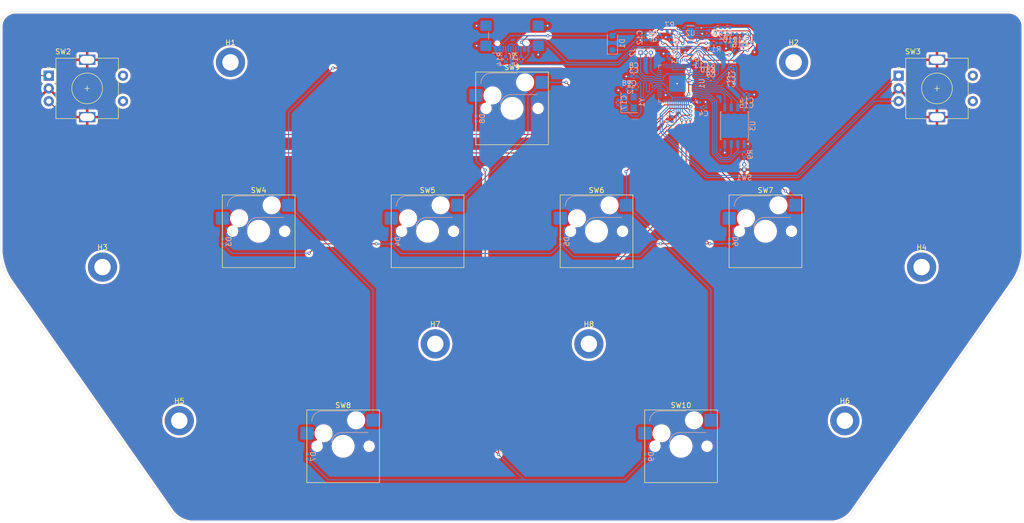
<source format=kicad_pcb>
(kicad_pcb (version 20240108) (generator "pcbnew") (generator_version "8.0")
  (layers (0 "F.Cu" signal) (31 "B.Cu" signal) (34 "B.Paste" user) (35 "F.Paste" user) (36 "B.SilkS" user "B.Silkscreen") (37 "F.SilkS" user "F.Silkscreen") (38 "B.Mask" user) (39 "F.Mask" user) (44 "Edge.Cuts" user))
  (net 0 "")
  (net 1 "+3V3")
  (net 2 "+1V1")
  (net 3 "Net-(U1-ADC_AVDD)")
  (net 4 "/VSYS")
  (net 5 "Net-(Q1-D)")
  (net 6 "Net-(C18-Pad1)")
  (net 7 "VBUS")
  (net 8 "Net-(D2-A)")
  (net 9 "ROW0")
  (net 10 "Net-(D3-A)")
  (net 11 "Net-(D4-A)")
  (net 12 "Net-(D5-A)")
  (net 13 "Net-(D6-A)")
  (net 14 "ROW1")
  (net 15 "Net-(D7-A)")
  (net 16 "Net-(D8-A)")
  (net 17 "Net-(D9-A)")
  (net 18 "/USB_DP")
  (net 19 "/USB_DM")
  (net 20 "Net-(J1-CC2)")
  (net 21 "Net-(J1-CC1)")
  (net 22 "Net-(J2-Pin_1)")
  (net 23 "Net-(J2-Pin_3)")
  (net 24 "Net-(U2-LX1)")
  (net 25 "Net-(U2-LX2)")
  (net 26 "/GPIO29_ADC3")
  (net 27 "Net-(R1-Pad1)")
  (net 28 "Net-(U1-USB_DP)")
  (net 29 "Net-(U1-USB_DM)")
  (net 30 "/GPIO24")
  (net 31 "Net-(U2-EN)")
  (net 32 "/GPIO23")
  (net 33 "Net-(R9-Pad1)")
  (net 34 "/QSPI_SS")
  (net 35 "/XOUT")
  (net 36 "Net-(U1-GPIO25)")
  (net 37 "ENC1B")
  (net 38 "ENC1A")
  (net 41 "ENC2A")
  (net 43 "ENC2B")
  (net 45 "COL0")
  (net 46 "COL1")
  (net 47 "COL2")
  (net 48 "COL3")
  (net 57 "/QSPI_SD2")
  (net 61 "/QSPI_SD3")
  (net 63 "/QSPI_SD1")
  (net 64 "/QSPI_SD0")
  (net 68 "/QSPI_SCLK")
  (net 71 "GND")
  (net 72 "/XIN")
  (footprint "PCM_Switch_Keyboard_Hotswap_Kailh:SW_Hotswap_Kailh_MX_1.50u" (layer "F.Cu") (at 118 96)
    (property "Reference" "SW4")
    (property "Value" "SW_Push")
  )
  (footprint "MountingHole:MountingHole_3.2mm_M3_ISO7380_Pad" (layer "F.Cu") (at 232.5 133)
    (property "Reference" "H6")
    (property "Value" "MountingHole")
  )
  (footprint "MountingHole:MountingHole_3.2mm_M3_ISO7380_Pad" (layer "F.Cu") (at 247.5 103)
    (property "Reference" "H4")
    (property "Value" "MountingHole")
  )
  (footprint "PCM_Switch_Keyboard_Hotswap_Kailh:SW_Hotswap_Kailh_MX_1.00u" (layer "F.Cu") (at 167.5 72)
    (property "Reference" "SW9")
    (property "Value" "SW_Push")
  )
  (footprint "MountingHole:MountingHole_3.2mm_M3_ISO7380_Pad" (layer "F.Cu") (at 112.5 63)
    (property "Reference" "H1")
    (property "Value" "MountingHole")
  )
  (footprint "MountingHole:MountingHole_3.2mm_M3_ISO7380_Pad" (layer "F.Cu") (at 222.5 63)
    (property "Reference" "H2")
    (property "Value" "MountingHole")
  )
  (footprint "PCM_Switch_Keyboard_Hotswap_Kailh:SW_Hotswap_Kailh_MX_1.50u" (layer "F.Cu") (at 217 96)
    (property "Reference" "SW7")
    (property "Value" "SW_Push")
  )
  (footprint "PCM_Switch_Keyboard_Hotswap_Kailh:SW_Hotswap_Kailh_MX_1.50u" (layer "F.Cu") (at 151 96)
    (property "Reference" "SW5")
    (property "Value" "SW_Push")
  )
  (footprint "PCM_Switch_Keyboard_Hotswap_Kailh:SW_Hotswap_Kailh_MX_2.75u" (layer "F.Cu") (at 134.5 138)
    (property "Reference" "SW8")
    (property "Value" "SW_Push")
  )
  (footprint "MountingHole:MountingHole_3.2mm_M3_ISO7380_Pad" (layer "F.Cu") (at 87.5 103)
    (property "Reference" "H3")
    (property "Value" "MountingHole")
  )
  (footprint "PCM_Switch_Keyboard_Hotswap_Kailh:SW_Hotswap_Kailh_MX_1.50u" (layer "F.Cu") (at 184 96)
    (property "Reference" "SW6")
    (property "Value" "SW_Push")
  )
  (footprint "PCM_Switch_Keyboard_Hotswap_Kailh:SW_Hotswap_Kailh_MX_2.75u" (layer "F.Cu") (at 200.5 138)
    (property "Reference" "SW10")
    (property "Value" "SW_Push")
  )
  (footprint "Rotary_Encoder:RotaryEncoder_Alps_EC11E-Switch_Vertical_H20mm" (layer "F.Cu") (at 243 65.6)
    (property "Reference" "SW3")
    (property "Value" "RotaryEncoder_Switch_MP")
  )
  (footprint "Rotary_Encoder:RotaryEncoder_Alps_EC11E-Switch_Vertical_H20mm" (layer "F.Cu") (at 77 65.6)
    (property "Reference" "SW2")
    (property "Value" "RotaryEncoder_Switch_MP")
  )
  (footprint "MountingHole:MountingHole_3.2mm_M3_ISO7380_Pad" (layer "F.Cu") (at 102.5 133)
    (property "Reference" "H5")
    (property "Value" "MountingHole")
  )
  (footprint "MountingHole:MountingHole_3.2mm_M3_ISO7380_Pad" (layer "F.Cu") (at 152.5 118)
    (property "Reference" "H7")
    (property "Value" "MountingHole")
  )
  (footprint "MountingHole:MountingHole_3.2mm_M3_ISO7380_Pad" (layer "F.Cu") (at 182.5 118)
    (property "Reference" "H8")
    (property "Value" "MountingHole")
  )
  (footprint "Capacitor_SMD:C_0402_1005Metric" (layer "B.Cu") (at 204.42 62.38)
    (property "Reference" "C11")
    (property "Value" "2u2")
  )
  (footprint "Resistor_SMD:R_0402_1005Metric" (layer "B.Cu") (at 196.4 58.11 -90)
    (property "Reference" "R5")
    (property "Value" "5K6")
  )
  (footprint "Capacitor_SMD:C_0402_1005Metric" (layer "B.Cu") (at 210.3 66.15)
    (property "Reference" "C7")
    (property "Value" "100n")
  )
  (footprint "footprints:10-WFDFN-EP_RIT" (layer "B.Cu") (at 202.3192 57.300001 180)
    (property "Reference" "U2")
    (property "Value" "RT6150B-33GQW")
  )
  (footprint "Capacitor_SMD:C_0402_1005Metric" (layer "B.Cu") (at 206.33 64.23)
    (property "Reference" "C9")
    (property "Value" "2u2")
  )
  (footprint "Resistor_SMD:R_0402_1005Metric" (layer "B.Cu") (at 191.8 67.8 -90)
    (property "Reference" "R12")
    (property "Value" "1K")
  )
  (footprint "Capacitor_SMD:C_0402_1005Metric" (layer "B.Cu") (at 202.35 61.98 90)
    (property "Reference" "C6")
    (property "Value" "100n")
  )
  (footprint "Diode_SMD:D_0402_1005Metric" (layer "B.Cu") (at 127.5 140 90)
    (property "Reference" "D7")
    (property "Value" "D")
  )
  (footprint "Diode_SMD:D_0402_1005Metric" (layer "B.Cu") (at 160.5 74 90)
    (property "Reference" "D8")
    (property "Value" "D")
  )
  (footprint "Capacitor_SMD:C_0402_1005Metric" (layer "B.Cu") (at 191.3 65.75 180)
    (property "Reference" "C3")
    (property "Value" "100n")
  )
  (footprint "Resistor_SMD:R_0402_1005Metric" (layer "B.Cu") (at 211.95 57.45)
    (property "Reference" "R11")
    (property "Value" "R")
  )
  (footprint "Connector_USB:USB_C_Receptacle_GCT_USB4110" (layer "B.Cu") (at 167.5 56.675)
    (property "Reference" "J1")
    (property "Value" "USB_C_Receptacle_USB2.0_14P")
  )
  (footprint "Resistor_SMD:R_0402_1005Metric" (layer "B.Cu") (at 210.09 57.45)
    (property "Reference" "R10")
    (property "Value" "R")
  )
  (footprint "Diode_SMD:D_0402_1005Metric" (layer "B.Cu") (at 210 98 90)
    (property "Reference" "D6")
    (property "Value" "D")
  )
  (footprint "Resistor_SMD:R_0402_1005Metric" (layer "B.Cu") (at 206.89 59.25)
    (property "Reference" "R13")
    (property "Value" "470R")
  )
  (footprint "Crystal:Crystal_SMD_3225-4Pin_3.2x2.5mm" (layer "B.Cu") (at 190.4 70.85 90)
    (property "Reference" "Y1")
    (property "Value" "Crystal_GND24")
  )
  (footprint "Diode_SMD:D_0402_1005Metric" (layer "B.Cu") (at 111 98 90)
    (property "Reference" "D3")
    (property "Value" "D")
  )
  (footprint "Diode_SMD:D_0402_1005Metric" (layer "B.Cu") (at 144 98 90)
    (property "Reference" "D4")
    (property "Value" "D")
  )
  (footprint "Capacitor_SMD:C_0402_1005Metric" (layer "B.Cu") (at 213.3 70.25)
    (property "Reference" "C15")
    (property "Value" "100n")
  )
  (footprint "Package_DFN_QFN:QFN-56-1EP_7x7mm_P0.4mm_EP3.2x3.2mm" (layer "B.Cu") (at 199.75 67.15 90)
    (property "Reference" "U1")
    (property "Value" "RP2040")
  )
  (footprint "Capacitor_SMD:C_0402_1005Metric" (layer "B.Cu") (at 198.15 61.78 90)
    (property "Reference" "C13")
    (property "Value" "47u")
  )
  (footprint "Capacitor_SMD:C_0402_1005Metric" (layer "B.Cu") (at 193.6 58.15 -90)
    (property "Reference" "C12")
    (property "Value" "47u")
  )
  (footprint "Resistor_SMD:R_0402_1005Metric" (layer "B.Cu") (at 195 58.6 180)
    (property "Reference" "R6")
    (property "Value" "10K")
  )
  (footprint "Capacitor_SMD:C_0402_1005Metric" (layer "B.Cu") (at 210.3 65.2)
    (property "Reference" "C2")
    (property "Value" "100n")
  )
  (footprint "Resistor_SMD:R_0402_1005Metric" (layer "B.Cu") (at 206.33 66.15 180)
    (property "Reference" "R3")
    (property "Value" "27R")
  )
  (footprint "Diode_SMD:D_0402_1005Metric" (layer "B.Cu") (at 193.5 140 90)
    (property "Reference" "D9")
    (property "Value" "D")
  )
  (footprint "Resistor_SMD:R_0402_1005Metric" (layer "B.Cu") (at 169.25 62.39 -90)
    (property "Reference" "R15")
    (property "Value" "56K")
  )
  (footprint "Resistor_SMD:R_0402_1005Metric" (layer "B.Cu") (at 198.29 56.85 180)
    (property "Reference" "R7")
    (property "Value" "100K")
  )
  (footprint "Package_TO_SOT_SMD:SOT-523" (layer "B.Cu") (at 211.44 60.045 90)
    (property "Reference" "Q1")
    (property "Value" "DMG1012T")
  )
  (footprint "LED_SMD:LED_0402_1005Metric" (layer "B.Cu") (at 208.79 59.25 180)
    (property "Reference" "D2")
    (property "Value" "LED")
  )
  (footprint "Connector_PinHeader_1.00mm:PinHeader_1x02_P1.00mm_Vertical" (layer "B.Cu") (at 212.85 83.96)
    (property "Reference" "SW1")
    (property "Value" "SW_Push")
  )
  (footprint "Resistor_SMD:R_0402_1005Metric" (layer "B.Cu") (at 207.71 56.2)
    (property "Reference" "R2")
    (property "Value" "200R")
  )
  (footprint "Resistor_SMD:R_0402_1005Metric" (layer "B.Cu") (at 206.33 65.2 180)
    (property "Reference" "R4")
    (property "Value" "27R")
  )
  (footprint "Package_SO:SOIC-8_5.23x5.23mm_P1.27mm" (layer "B.Cu") (at 210.95 75.4 90)
    (property "Reference" "U3")
    (property "Value" "W25Q16JVSS")
  )
  (footprint "Resistor_SMD:R_0402_1005Metric" (layer "B.Cu") (at 212.85 81 90)
    (property "Reference" "R9")
    (property "Value" "1K")
  )
  (footprint "Capacitor_SMD:C_0402_1005Metric" (layer "B.Cu") (at 204.92 71.85)
    (property "Reference" "C4")
    (property "Value" "100n")
  )
  (footprint "Capacitor_SMD:C_0402_1005Metric" (layer "B.Cu") (at 205.72 63.3)
    (property "Reference" "C10")
    (property "Value" "2u2")
  )
  (footprint "Resistor_SMD:R_0402_1005Metric" (layer "B.Cu") (at 198.6 58.6 90)
    (property "Reference" "R8")
    (property "Value" "100K")
  )
  (footprint "Capacitor_SMD:C_0402_1005Metric" (layer "B.Cu") (at 211.95 58.4)
    (property "Reference" "C16")
    (property "Value" "1n")
  )
  (footprint "Resistor_SMD:R_0402_1005Metric" (layer "B.Cu") (at 166.25 62.39 -90)
    (property "Reference" "R14")
    (property "Value" "56K")
  )
  (footprint "Capacitor_SMD:C_0402_1005Metric" (layer "B.Cu") (at 198.75 74.1 -90)
    (property "Reference" "C5")
    (property "Value" "100n")
  )
  (footprint "Capacitor_SMD:C_0402_1005Metric" (layer "B.Cu") (at 210.3 64.25)
    (property "Reference" "C1")
    (property "Value" "100n")
  )
  (footprint "Capacitor_SMD:C_0402_1005Metric" (layer "B.Cu") (at 213.3 69.3)
    (property "Reference" "C14")
    (property "Value" "2u2")
  )
  (footprint "Capacitor_SMD:C_0402_1005Metric" (layer "B.Cu") (at 190.4 68.25 180)
    (property "Reference" "C18")
    (property "Value" "15p")
  )
  (footprint "Diode_SMD:D_0402_1005Metric" (layer "B.Cu") (at 177 98 90)
    (property "Reference" "D5")
    (property "Value" "D")
  )
  (footprint "Capacitor_SMD:C_0402_1005Metric" (layer "B.Cu") (at 188.2 70.85 90)
    (property "Reference" "C17")
    (property "Value" "15p")
  )
  (footprint "Connector_PinHeader_1.00mm:PinHeader_1x03_P1.00mm_Vertical" (layer "B.Cu") (at 192.6 61.1 -90)
    (property "Reference" "J2")
    (property "Value" "Conn_01x03")
  )
  (footprint "Capacitor_SMD:C_0402_1005Metric" (layer "B.Cu") (at 205.9 57.3 90)
    (property "Reference" "L1")
    (property "Value" "2u2")
  )
  (footprint "Resistor_SMD:R_0402_1005Metric" (layer "B.Cu") (at 209.57 56.2)
    (property "Reference" "R1")
    (property "Value" "1R")
  )
  (footprint "Diode_SMD:D_SOD-123F" (layer "B.Cu") (at 187.1 59.2 90)
    (property "Reference" "D1")
    (property "Value" "D_Schottky")
  )
  (footprint "Capacitor_SMD:C_0402_1005Metric" (layer "B.Cu") (at 191.3 64.8 180)
    (property "Reference" "C8")
    (property "Value" "100n")
  )
  (gr_line (start 265.779613 105.457695) (end 234.220386 150.542304) (stroke (width 0.05)) (layer "Edge.Cuts"))
  (gr_line (start 70.5 53) (end 264.5 53) (stroke (width 0.05)) (layer "Edge.Cuts"))
  (gr_line (start 67.500002 100) (end 67.5 56) (stroke (width 0.05)) (layer "Edge.Cuts"))
  (gr_arc (start 105.5 152.999999) (mid 102.8177 152.389808) (end 100.779614 150.542304) (stroke (width 0.05)) (layer "Edge.Cuts"))
  (gr_arc (start 69.220388 105.457695) (mid 68.038736 102.830179) (end 67.500002 100) (stroke (width 0.05)) (layer "Edge.Cuts"))
  (gr_arc (start 67.5 56) (mid 68.37868 53.87868) (end 70.5 53) (stroke (width 0.05)) (layer "Edge.Cuts"))
  (gr_arc (start 264.5 53) (mid 266.62132 53.87868) (end 267.5 56) (stroke (width 0.05)) (layer "Edge.Cuts"))
  (gr_line (start 229.5 152.999999) (end 105.5 152.999999) (stroke (width 0.05)) (layer "Edge.Cuts"))
  (gr_arc (start 267.499999 100) (mid 266.961265 102.830179) (end 265.779613 105.457695) (stroke (width 0.05)) (layer "Edge.Cuts"))
  (gr_line (start 100.779614 150.542304) (end 69.220388 105.457695) (stroke (width 0.05)) (layer "Edge.Cuts"))
  (gr_line (start 267.5 56) (end 267.499999 100) (stroke (width 0.05)) (layer "Edge.Cuts"))
  (gr_arc (start 234.220386 150.542304) (mid 232.1823 152.389808) (end 229.5 152.999999) (stroke (width 0.05)) (layer "Edge.Cuts"))
  (segment (start 202.25 66.55) (end 202 66.8) (width 0.2) (layer "F.Cu") (net 1))
  (segment (start 213.698529 56.85) (end 214.55 57.701471) (width 0.2) (layer "F.Cu") (net 1))
  (segment (start 214.55 57.701471) (end 214.55 59.65) (width 0.2) (layer "F.Cu") (net 1))
  (segment (start 207.6 56.85) (end 213.698529 56.85) (width 0.2) (layer "F.Cu") (net 1))
  (segment (start 202.05 66.35) (end 202.25 66.55) (width 0.2) (layer "F.Cu") (net 1))
  (segment (start 214.55 59.65) (end 213.5 60.7) (width 0.2) (layer "F.Cu") (net 1))
  (segment (start 207.2 57.25) (end 207.6 56.85) (width 0.2) (layer "F.Cu") (net 1))
  (segment (start 202.05 64.85) (end 202.05 66.35) (width 0.2) (layer "F.Cu") (net 1))
  (segment (start 202 66.8) (end 202 69.2) (width 0.2) (layer "F.Cu") (net 1))
  (via (at 207.2 57.25) (size 0.6) (drill 0.3) (layers "F.Cu" "B.Cu") (net 1))
  (via (at 202.25 66.55) (size 0.6) (drill 0.3) (layers "F.Cu" "B.Cu") (net 1))
  (via (at 202.05 64.85) (size 0.6) (drill 0.3) (layers "F.Cu" "B.Cu") (net 1))
  (via (at 213.5 60.7) (size 0.6) (drill 0.3) (layers "F.Cu" "B.Cu") (net 1))
  (via (at 202 69.2) (size 0.6) (drill 0.3) (layers "F.Cu" "B.Cu") (net 1))
  (segment (start 205.281076 66.55) (end 205.501076 66.77) (width 0.2) (layer "B.Cu") (net 1))
  (segment (start 211.94 60.69) (end 209.82 62.81) (width 0.2) (layer "B.Cu") (net 1))
  (segment (start 202.25 66.55) (end 203.1875 66.55) (width 0.2) (layer "B.Cu") (net 1))
  (segment (start 207.2 56.2) (end 203.6384 56.2) (width 0.2) (layer "B.Cu") (net 1))
  (segment (start 201.1 56.1) (end 201.5 55.7) (width 0.2) (layer "B.Cu") (net 1))
  (segment (start 197.85 68.900001) (end 198.75 69.800001) (width 0.2) (layer "B.Cu") (net 1))
  (segment (start 211.35 67.83) (end 211.36 67.82) (width 0.2) (layer "B.Cu") (net 1))
  (segment (start 195.215686 66.95) (end 194.865686 66.6) (width 0.2) (layer "B.Cu") (net 1))
  (segment (start 201.5 55.7) (end 202.9384 55.7) (width 0.2) (layer "B.Cu") (net 1))
  (segment (start 202.9384 55.7) (end 203.5384 56.3) (width 0.2) (layer "B.Cu") (net 1))
  (segment (start 201.1 56.3) (end 201.1 56.1) (width 0.2) (layer "B.Cu") (net 1))
  (segment (start 211.95 60.7) (end 211.94 60.69) (width 0.2) (layer "B.Cu") (net 1))
  (segment (start 211.36 63.893866) (end 211.106134 63.64) (width 0.2) (layer "B.Cu") (net 1))
  (segment (start 192.95 66.6) (end 192.1 65.75) (width 0.2) (layer "B.Cu") (net 1))
  (segment (start 210.43 63.64) (end 209.82 64.25) (width 0.2) (layer "B.Cu") (net 1))
  (segment (start 212.82 69.3) (end 211.35 67.83) (width 0.2) (layer "B.Cu") (net 1))
  (segment (start 198.15 62.26) (end 198.75 62.86) (width 0.2) (layer "B.Cu") (net 1))
  (segment (start 198.3 72.4) (end 198.3 73.17) (width 0.2) (layer "B.Cu") (net 1))
  (segment (start 205.24 63.3) (end 205.24 63.61) (width 0.2) (layer "B.Cu") (net 1))
  (segment (start 203.1875 66.55) (end 203.1875 66.95) (width 0.2) (layer "B.Cu") (net 1))
  (segment (start 203.6125 71.85) (end 204.44 71.85) (width 0.2) (layer "B.Cu") (net 1))
  (segment (start 203.1875 66.55) (end 205.281076 66.55) (width 0.2) (layer "B.Cu") (net 1))
  (segment (start 198.75 62.86) (end 198.75 63.7125) (width 0.2) (layer "B.Cu") (net 1))
  (segment (start 212.855 71.8) (end 212.855 69.335) (width 0.2) (layer "B.Cu") (net 1))
  (segment (start 207.18 66.77) (end 209.7 64.25) (width 0.2) (layer "B.Cu") (net 1))
  (segment (start 198.75 69.800001) (end 198.75 70.5875) (width 0.2) (layer "B.Cu") (net 1))
  (segment (start 202.15 64.95) (end 202.05 64.85) (width 0.2) (layer "B.Cu") (net 1))
  (segment (start 213.5 60.7) (end 211.95 60.7) (width 0.2) (layer "B.Cu") (net 1))
  (segment (start 211.36 67.82) (end 211.36 63.893866) (width 0.2) (layer "B.Cu") (net 1))
  (segment (start 198.75 64.24636) (end 198.75 63.7125) (width 0.2) (layer "B.Cu") (net 1))
  (segment (start 205.24 63.61) (end 203.9 64.95) (width 0.2) (layer "B.Cu") (net 1))
  (segment (start 209.82 62.81) (end 209.82 64.25) (width 0.2) (layer "B.Cu") (net 1))
  (segment (start 203.1875 66.95) (end 205.1 66.95) (width 0.2) (layer "B.Cu") (net 1))
  (segment (start 196.3125 66.95) (end 195.215686 66.95) (width 0.2) (layer "B.Cu") (net 1))
  (segment (start 198.75 70.5875) (end 198.75 71.95) (width 0.2) (layer "B.Cu") (net 1))
  (segment (start 203.6384 56.2) (end 203.5384 56.3) (width 0.2) (layer "B.Cu") (net 1))
  (segment (start 201.35 69.85) (end 200.7 69.85) (width 0.2) (layer "B.Cu") (net 1))
  (segment (start 202.35 63.7125) (end 202.35 62.46) (width 0.2) (layer "B.Cu") (net 1))
  (segment (start 196.84636 66.95) (end 197.85 67.95364) (width 0.2) (layer "B.Cu") (net 1))
  (segment (start 202.05 64.85) (end 201.65 64.45) (width 0.2) (layer "B.Cu") (net 1))
  (segment (start 198.75 71.95) (end 198.3 72.4) (width 0.2) (layer "B.Cu") (net 1))
  (segment (start 202.35 70.5875) (end 203.6125 71.85) (width 0.2) (layer "B.Cu") (net 1))
  (segment (start 202 69.2) (end 201.35 69.85) (width 0.2) (layer "B.Cu") (net 1))
  (segment (start 202.35 64.55) (end 202.05 64.85) (width 0.2) (layer "B.Cu") (net 1))
  (segment (start 207.35 67.2) (end 209.35 65.2) (width 0.2) (layer "B.Cu") (net 1))
  (segment (start 198.95364 64.45) (end 198.75 64.24636) (width 0.2) (layer "B.Cu") (net 1))
  (segment (start 202.35 70.05364) (end 202.35 70.5875) (width 0.2) (layer "B.Cu") (net 1))
  (segment (start 205.1 66.95) (end 205.35 67.2) (width 0.2) (layer "B.Cu") (net 1))
  (segment (start 198.75 70.5875) (end 198.75 70.05364) (width 0.2) (layer "B.Cu") (net 1))
  (segment (start 205.35 67.2) (end 207.35 67.2) (width 0.2) (layer "B.Cu") (net 1))
  (segment (start 201.65 64.45) (end 198.95364 64.45) (width 0.2) (layer "B.Cu") (net 1))
  (segment (start 200.7 69.85) (end 202.14636 69.85) (width 0.2) (layer "B.Cu") (net 1))
  (segment (start 209.7 64.25) (end 209.82 64.25) (width 0.2) (layer "B.Cu") (net 1))
  (segment (start 198.3 73.17) (end 198.75 73.62) (width 0.2) (layer "B.Cu") (net 1))
  (segment (start 207.2 56.2) (end 207.2 57.25) (width 0.2) (layer "B.Cu") (net 1))
  (segment (start 203.9 64.95) (end 203.1875 64.95) (width 0.2) (layer "B.Cu") (net 1))
  (segment (start 192.1 65.75) (end 191.78 65.75) (width 0.2) (layer "B.Cu") (net 1))
  (segment (start 198.75 70.05364) (end 198.95364 69.85) (width 0.2) (layer "B.Cu") (net 1))
  (segment (start 202.35 63.7125) (end 202.35 64.55) (width 0.2) (layer "B.Cu") (net 1))
  (segment (start 203.1875 64.95) (end 202.15 64.95) (width 0.2) (layer "B.Cu") (net 1))
  (segment (start 205.501076 66.77) (end 207.18 66.77) (width 0.2) (layer "B.Cu") (net 1))
  (segment (start 209.35 65.2) (end 209.82 65.2) (width 0.2) (layer "B.Cu") (net 1))
  (segment (start 197.85 67.95364) (end 197.85 68.900001) (width 0.2) (layer "B.Cu") (net 1))
  (segment (start 212.855 69.335) (end 212.82 69.3) (width 0.2) (layer "B.Cu") (net 1))
  (segment (start 196.3125 66.95) (end 196.84636 66.95) (width 0.2) (layer "B.Cu") (net 1))
  (segment (start 211.106134 63.64) (end 210.43 63.64) (width 0.2) (layer "B.Cu") (net 1))
  (segment (start 198.95364 69.85) (end 200.7 69.85) (width 0.2) (layer "B.Cu") (net 1))
  (segment (start 194.865686 66.6) (end 192.95 66.6) (width 0.2) (layer "B.Cu") (net 1))
  (segment (start 202.14636 69.85) (end 202.35 70.05364) (width 0.2) (layer "B.Cu") (net 1))
  (segment (start 197.05 66.34636) (end 197.05 65.9) (width 0.2) (layer "B.Cu") (net 2))
  (segment (start 197.7 65.25) (end 201.601471 65.25) (width 0.2) (layer "B.Cu") (net 2))
  (segment (start 205.184314 67.6) (end 208.37 67.6) (width 0.2) (layer "B.Cu") (net 2))
  (segment (start 201.65 66.798529) (end 202.201471 67.35) (width 0.2) (layer "B.Cu") (net 2))
  (segment (start 196.84636 66.55) (end 197.05 66.34636) (width 0.2) (layer "B.Cu") (net 2))
  (segment (start 196.3125 66.55) (end 195.381372 66.55) (width 0.2) (layer "B.Cu") (net 2))
  (segment (start 195.381372 66.55) (end 195.031372 66.2) (width 0.2) (layer "B.Cu") (net 2))
  (segment (start 203.1875 67.35) (end 204.934314 67.35) (width 0.2) (layer "B.Cu") (net 2))
  (segment (start 197.05 65.9) (end 197.7 65.25) (width 0.2) (layer "B.Cu") (net 2))
  (segment (start 202.501471 65.45) (end 202.601471 65.35) (width 0.2) (layer "B.Cu") (net 2))
  (segment (start 201.65 66.301471) (end 201.65 66.798529) (width 0.2) (layer "B.Cu") (net 2))
  (segment (start 208.37 67.6) (end 209.82 66.15) (width 0.2) (layer "B.Cu") (net 2))
  (segment (start 191.9 64.8) (end 191.78 64.8) (width 0.2) (layer "B.Cu") (net 2))
  (segment (start 195.031372 66.2) (end 193.3 66.2) (width 0.2) (layer "B.Cu") (net 2))
  (segment (start 204.934314 67.35) (end 205.184314 67.6) (width 0.2) (layer "B.Cu") (net 2))
  (segment (start 202.601471 65.35) (end 201.65 66.301471) (width 0.2) (layer "B.Cu") (net 2))
  (segment (start 202.201471 67.35) (end 203.1875 67.35) (width 0.2) (layer "B.Cu") (net 2))
  (segment (start 205.85 64.23) (end 204.73 65.35) (width 0.2) (layer "B.Cu") (net 2))
  (segment (start 193.3 66.2) (end 191.9 64.8) (width 0.2) (layer "B.Cu") (net 2))
  (segment (start 201.601471 65.25) (end 201.801471 65.45) (width 0.2) (layer "B.Cu") (net 2))
  (segment (start 196.3125 66.55) (end 196.84636 66.55) (width 0.2) (layer "B.Cu") (net 2))
  (segment (start 204.73 65.35) (end 203.1875 65.35) (width 0.2) (layer "B.Cu") (net 2))
  (segment (start 201.801471 65.45) (end 202.501471 65.45) (width 0.2) (layer "B.Cu") (net 2))
  (segment (start 202.601471 65.35) (end 203.1875 65.35) (width 0.2) (layer "B.Cu") (net 2))
  (segment (start 203.95 61.35) (end 205.2 62.6) (width 0.2) (layer "F.Cu") (net 3))
  (segment (start 211.05 62.6) (end 212.7 60.95) (width 0.2) (layer "F.Cu") (net 3))
  (segment (start 212.7 59.1) (end 213.45 58.35) (width 0.2) (layer "F.Cu") (net 3))
  (segment (start 205.2 62.6) (end 211.05 62.6) (width 0.2) (layer "F.Cu") (net 3))
  (segment (start 212.7 60.95) (end 212.7 59.1) (width 0.2) (layer "F.Cu") (net 3))
  (via (at 203.95 61.35) (size 0.6) (drill 0.3) (layers "F.Cu" "B.Cu") (net 3))
  (via (at 213.45 58.35) (size 0.6) (drill 0.3) (layers "F.Cu" "B.Cu") (net 3))
  (segment (start 203.94 61.36) (end 203.95 61.35) (width 0.2) (layer "B.Cu") (net 3))
  (segment (start 213.45 58.35) (end 214.05 57.75) (width 0.2) (layer "B.Cu") (net 3))
  (segment (start 203.94 63.7975) (end 203.1875 64.55) (width 0.2) (layer "B.Cu") (net 3))
  (segment (start 203.94 62.38) (end 203.94 63.7975) (width 0.2) (layer "B.Cu") (net 3))
  (segment (start 203.94 62.38) (end 203.94 61.36) (width 0.2) (layer "B.Cu") (net 3))
  (segment (start 213.45 56.2) (end 210.08 56.2) (width 0.2) (layer "B.Cu") (net 3))
  (segment (start 214.05 56.8) (end 213.45 56.2) (width 0.2) (layer "B.Cu") (net 3))
  (segment (start 214.05 57.75) (end 214.05 56.8) (width 0.2) (layer "B.Cu") (net 3))
  (segment (start 203.55 59.15) (end 201.85909 59.15) (width 0.2) (layer "F.Cu") (net 4))
  (segment (start 201.85909 59.15) (end 199.993556 57.284466) (width 0.2) (layer "F.Cu") (net 4))
  (segment (start 199.993556 57.284466) (end 199.30909 56.6) (width 0.2) (layer "F.Cu") (net 4))
  (segment (start 199.30909 56.6) (end 196.1 56.6) (width 0.2) (layer "F.Cu") (net 4))
  (segment (start 196.1 56.6) (end 195 57.7) (width 0.2) (layer "F.Cu") (net 4))
  (segment (start 195 57.7) (end 194.45 57.7) (width 0.2) (layer "F.Cu") (net 4))
  (via (at 194.45 57.7) (size 0.6) (drill 0.3) (layers "F.Cu" "B.Cu") (net 4))
  (via (at 199.993556 57.284466) (size 0.6) (drill 0.3) (layers "F.Cu" "B.Cu") (net 4))
  (via (at 203.55 59.15) (size 0.6) (drill 0.3) (layers "F.Cu" "B.Cu") (net 4))
  (segment (start 192.63 57.67) (end 189.7 60.6) (width 0.2) (layer "B.Cu") (net 4))
  (segment (start 194.45 57.7) (end 193.63 57.7) (width 0.2) (layer "B.Cu") (net 4))
  (segment (start 199.55909 56.85) (end 199.993556 57.284466) (width 0.2) (layer "B.Cu") (net 4))
  (segment (start 198.8 56.85) (end 199.55909 56.85) (width 0.2) (layer "B.Cu") (net 4))
  (segment (start 203.5384 59.1384) (end 203.55 59.15) (width 0.2) (layer "B.Cu") (net 4))
  (segment (start 200.009091 57.300001) (end 199.993556 57.284466) (width 0.2) (layer "B.Cu") (net 4))
  (segment (start 204.28 58.42) (end 203.55 59.15) (width 0.2) (layer "B.Cu") (net 4))
  (segment (start 189.7 60.6) (end 187.1 60.6) (width 0.2) (layer "B.Cu") (net 4))
  (segment (start 209.58 57.45) (end 208.61 58.42) (width 0.2) (layer "B.Cu") (net 4))
  (segment (start 193.6 57.67) (end 192.63 57.67) (width 0.2) (layer "B.Cu") (net 4))
  (segment (start 208.61 58.42) (end 204.28 58.42) (width 0.2) (layer "B.Cu") (net 4))
  (segment (start 193.63 57.7) (end 193.6 57.67) (width 0.2) (layer "B.Cu") (net 4))
  (segment (start 203.5384 58.300002) (end 203.5384 59.1384) (width 0.2) (layer "B.Cu") (net 4))
  (segment (start 201.1 57.300001) (end 200.009091 57.300001) (width 0.2) (layer "B.Cu") (net 4))
  (segment (start 211.44 59.4) (end 211.44 57.45) (width 0.2) (layer "B.Cu") (net 5))
  (segment (start 210.6 57.45) (end 211.44 57.45) (width 0.2) (layer "B.Cu") (net 5))
  (segment (start 190.88 69.38) (end 191.25 69.75) (width 0.2) (layer "B.Cu") (net 6))
  (segment (start 190.94 68.31) (end 190.88 68.25) (width 0.2) (layer "B.Cu") (net 6))
  (segment (start 191.8 68.31) (end 190.94 68.31) (width 0.2) (layer "B.Cu") (net 6))
  (segment (start 190.88 68.25) (end 190.88 69.38) (width 0.2) (layer "B.Cu") (net 6))
  (segment (start 170.60306 57.8) (end 174.5 57.8) (width 0.2) (layer "F.Cu") (net 7))
  (segment (start 169.32306 59.08) (end 170.60306 57.8) (width 0.2) (layer "F.Cu") (net 7))
  (via (at 174.5 57.8) (size 0.6) (drill 0.3) (layers "F.Cu" "B.Cu") (net 7))
  (via (at 169.32306 59.08) (size 0.6) (drill 0.3) (layers "F.Cu" "B.Cu") (net 7))
  (segment (start 174.5 57.8) (end 187.1 57.8) (width 0.2) (layer "B.Cu") (net 7))
  (segment (start 165.1 60.355) (end 165.1 59.89759) (width 0.2) (layer "B.Cu") (net 7))
  (segment (start 165.1 59.89759) (end 167.19759 57.8) (width 0.2) (layer "B.Cu") (net 7))
  (segment (start 169.9 59.780001) (end 169.32306 59.203061) (width 0.2) (layer "B.Cu") (net 7))
  (segment (start 187.15 57.8) (end 187.86 57.09) (width 0.2) (layer "B.Cu") (net 7))
  (segment (start 195.89 57.09) (end 196.4 57.6) (width 0.2) (layer "B.Cu") (net 7))
  (segment (start 169.32306 59.203061) (end 169.32306 59.08) (width 0.2) (layer "B.Cu") (net 7))
  (segment (start 187.1 57.8) (end 187.15 57.8) (width 0.2) (layer "B.Cu") (net 7))
  (segment (start 169.9 60.355) (end 169.9 59.780001) (width 0.2) (layer "B.Cu") (net 7))
  (segment (start 167.19759 57.8) (end 174.5 57.8) (width 0.2) (layer "B.Cu") (net 7))
  (segment (start 187.86 57.09) (end 195.89 57.09) (width 0.2) (layer "B.Cu") (net 7))
  (segment (start 207.4 59.25) (end 208.305 59.25) (width 0.2) (layer "B.Cu") (net 8))
  (segment (start 129.7 98.45) (end 127.85 100.3) (width 0.2) (layer "F.Cu") (net 9))
  (segment (start 201.5 93.85) (end 206.1 98.45) (width 0.2) (layer "F.Cu") (net 9))
  (segment (start 201.5 93.85) (end 201.5 74.2) (width 0.2) (layer "F.Cu") (net 9))
  (segment (start 141 98.45) (end 129.7 98.45) (width 0.2) (layer "F.Cu") (net 9))
  (segment (start 206.1 98.45) (end 196.5 98.45) (width 0.2) (layer "F.Cu") (net 9))
  (via (at 206.1 98.45) (size 0.6) (drill 0.3) (layers "F.Cu" "B.Cu") (net 9))
  (via (at 127.85 100.3) (size 0.6) (drill 0.3) (layers "F.Cu" "B.Cu") (net 9))
  (via (at 141 98.45) (size 0.6) (drill 0.3) (layers "F.Cu" "B.Cu") (net 9))
  (via (at 196.5 98.45) (size 0.6) (drill 0.3) (layers "F.Cu" "B.Cu") (net 9))
  (via (at 201.5 74.2) (size 0.6) (drill 0.3) (layers "F.Cu" "B.Cu") (net 9))
  (segment (start 175.135 100.35) (end 145.865 100.35) (width 0.2) (layer "B.Cu") (net 9))
  (segment (start 127.85 100.3) (end 112.815 100.3) (width 0.2) (layer "B.Cu") (net 9))
  (segment (start 141.035 98.485) (end 141 98.45) (width 0.2) (layer "B.Cu") (net 9))
  (segment (start 206.1 98.45) (end 209.965 98.45) (width 0.2) (layer "B.Cu") (net 9))
  (segment (start 200.35 70.5875) (end 200.35 73.05) (width 0.2) (layer "B.Cu") (net 9))
  (segment (start 200.35 73.05) (end 201.5 74.2) (width 0.2) (layer "B.Cu") (net 9))
  (segment (start 196.5 98.45) (end 195 98.45) (width 0.2) (layer "B.Cu") (net 9))
  (segment (start 112.815 100.3) (end 111 98.485) (width 0.2) (layer "B.Cu") (net 9))
  (segment (start 144 98.485) (end 141.035 98.485) (width 0.2) (layer "B.Cu") (net 9))
  (segment (start 195 98.45) (end 192.5 100.95) (width 0.2) (layer "B.Cu") (net 9))
  (segment (start 192.5 100.95) (end 179.465 100.95) (width 0.2) (layer "B.Cu") (net 9))
  (segment (start 179.465 100.95) (end 177 98.485) (width 0.2) (layer "B.Cu") (net 9))
  (segment (start 209.965 98.45) (end 210 98.485) (width 0.2) (layer "B.Cu") (net 9))
  (segment (start 177 98.485) (end 175.135 100.35) (width 0.2) (layer "B.Cu") (net 9))
  (segment (start 145.865 100.35) (end 144 98.485) (width 0.2) (layer "B.Cu") (net 9))
  (segment (start 111 93.545) (end 110.915 93.46) (width 0.2) (layer "B.Cu") (net 10))
  (segment (start 111 97.515) (end 111 93.545) (width 0.2) (layer "B.Cu") (net 10))
  (segment (start 144 93.545) (end 143.915 93.46) (width 0.2) (layer "B.Cu") (net 11))
  (segment (start 144 97.515) (end 144 93.545) (width 0.2) (layer "B.Cu") (net 11))
  (segment (start 177 97.515) (end 177 93.545) (width 0.2) (layer "B.Cu") (net 12))
  (segment (start 177 93.545) (end 176.915 93.46) (width 0.2) (layer "B.Cu") (net 12))
  (segment (start 210 97.515) (end 210 93.545) (width 0.2) (layer "B.Cu") (net 13))
  (segment (start 210 93.545) (end 209.915 93.46) (width 0.2) (layer "B.Cu") (net 13))
  (segment (start 164.85 125.2) (end 164.85 139.6) (width 0.2) (layer "F.Cu") (net 14))
  (segment (start 200.684313 89.365687) (end 164.85 125.2) (width 0.2) (layer "F.Cu") (net 14))
  (segment (start 200.65 74.3) (end 200.684313 74.334313) (width 0.2) (layer "F.Cu") (net 14))
  (segment (start 162.25 137) (end 164.85 139.6) (width 0.2) (layer "F.Cu") (net 14))
  (segment (start 200.684313 89.365687) (end 200.65 89.331374) (width 0.2) (layer "F.Cu") (net 14))
  (segment (start 162.25 84.05) (end 162.25 137) (width 0.2) (layer "F.Cu") (net 14))
  (segment (start 200.65 89.331374) (end 200.65 74.3) (width 0.2) (layer "F.Cu") (net 14))
  (via (at 200.65 74.3) (size 0.6) (drill 0.3) (layers "F.Cu" "B.Cu") (net 14))
  (via (at 164.85 139.6) (size 0.6) (drill 0.3) (layers "F.Cu" "B.Cu") (net 14))
  (via (at 162.25 84.05) (size 0.6) (drill 0.3) (layers "F.Cu" "B.Cu") (net 14))
  (segment (start 199.95 73.6) (end 200.65 74.3) (width 0.2) (layer "B.Cu") (net 14))
  (segment (start 170.3 144.55) (end 189.435 144.55) (width 0.2) (layer "B.Cu") (net 14))
  (segment (start 164.85 139.6) (end 169.8 144.55) (width 0.2) (layer "B.Cu") (net 14))
  (segment (start 189.435 144.55) (end 193.5 140.485) (width 0.2) (layer "B.Cu") (net 14))
  (segment (start 169.8 144.55) (end 170.3 144.55) (width 0.2) (layer "B.Cu") (net 14))
  (segment (start 199.95 70.5875) (end 199.95 73.6) (width 0.2) (layer "B.Cu") (net 14))
  (segment (start 160.5 74.485) (end 160.5 82.3) (width 0.2) (layer "B.Cu") (net 14))
  (segment (start 160.5 82.3) (end 162.25 84.05) (width 0.2) (layer "B.Cu") (net 14))
  (segment (start 131.565 144.55) (end 170.3 144.55) (width 0.2) (layer "B.Cu") (net 14))
  (segment (start 127.5 140.485) (end 131.565 144.55) (width 0.2) (layer "B.Cu") (net 14))
  (segment (start 127.5 139.515) (end 127.5 135.545) (width 0.2) (layer "B.Cu") (net 15))
  (segment (start 127.5 135.545) (end 127.415 135.46) (width 0.2) (layer "B.Cu") (net 15))
  (segment (start 160.5 73.515) (end 160.5 69.545) (width 0.2) (layer "B.Cu") (net 16))
  (segment (start 160.5 69.545) (end 160.415 69.46) (width 0.2) (layer "B.Cu") (net 16))
  (segment (start 193.5 135.545) (end 193.415 135.46) (width 0.2) (layer "B.Cu") (net 17))
  (segment (start 193.5 139.515) (end 193.5 135.545) (width 0.2) (layer "B.Cu") (net 17))
  (segment (start 206.84 65.2) (end 207.4 64.64) (width 0.2) (layer "B.Cu") (net 18))
  (segment (start 167.25 60.96241) (end 167.51759 61.23) (width 0.2) (layer "B.Cu") (net 18))
  (segment (start 168.881076 63.47) (end 168.25 62.838924) (width 0.2) (layer "B.Cu") (net 18))
  (segment (start 207.4 63.364315) (end 204.385685 60.35) (width 0.2) (layer "B.Cu") (net 18))
  (segment (start 168.25 62.838924) (end 168.25 60.355) (width 0.2) (layer "B.Cu") (net 18))
  (segment (start 191.4 60.35) (end 188.28 63.47) (width 0.2) (layer "B.Cu") (net 18))
  (segment (start 167.51759 61.23) (end 168.02 61.23) (width 0.2) (layer "B.Cu") (net 18))
  (segment (start 167.25 60.355) (end 167.25 60.96241) (width 0.2) (layer "B.Cu") (net 18))
  (segment (start 168.25 61) (end 168.25 60.355) (width 0.2) (layer "B.Cu") (net 18))
  (segment (start 207.4 64.64) (end 207.4 63.364315) (width 0.2) (layer "B.Cu") (net 18))
  (segment (start 188.28 63.47) (end 168.881076 63.47) (width 0.2) (layer "B.Cu") (net 18))
  (segment (start 168.02 61.23) (end 168.25 61) (width 0.2) (layer "B.Cu") (net 18))
  (segment (start 204.385685 60.35) (end 191.4 60.35) (width 0.2) (layer "B.Cu") (net 18))
  (segment (start 207.8 65.19) (end 207.8 63.198629) (width 0.2) (layer "B.Cu") (net 19))
  (segment (start 166.75 59.74759) (end 167.01759 59.48) (width 0.2) (layer "B.Cu") (net 19))
  (segment (start 188.114314 63.07) (end 178.274744 63.07) (width 0.2) (layer "B.Cu") (net 19))
  (segment (start 206.84 66.15) (end 207.8 65.19) (width 0.2) (layer "B.Cu") (net 19))
  (segment (start 207.8 63.198629) (end 204.785685 60.184315) (width 0.2) (layer "B.Cu") (net 19))
  (segment (start 166.75 60.355) (end 166.75 59.74759) (width 0.2) (layer "B.Cu") (net 19))
  (segment (start 178.274744 63.07) (end 173.684744 58.48) (width 0.2) (layer "B.Cu") (net 19))
  (segment (start 191.234314 59.95) (end 188.114314 63.07) (width 0.2) (layer "B.Cu") (net 19))
  (segment (start 167.75 59.7) (end 167.75 60.355) (width 0.2) (layer "B.Cu") (net 19))
  (segment (start 169.01759 58.48) (end 167.75 59.74759) (width 0.2) (layer "B.Cu") (net 19))
  (segment (start 204.785685 60.184315) (end 204.551371 59.95) (width 0.2) (layer "B.Cu") (net 19))
  (segment (start 167.75 59.74759) (end 167.75 60.355) (width 0.2) (layer "B.Cu") (net 19))
  (segment (start 167.01759 59.48) (end 167.53 59.48) (width 0.2) (layer "B.Cu") (net 19))
  (segment (start 173.684744 58.48) (end 169.01759 58.48) (width 0.2) (layer "B.Cu") (net 19))
  (segment (start 167.53 59.48) (end 167.75 59.7) (width 0.2) (layer "B.Cu") (net 19))
  (segment (start 204.551371 59.95) (end 191.234314 59.95) (width 0.2) (layer "B.Cu") (net 19))
  (segment (start 169.25 60.355) (end 169.25 61.88) (width 0.2) (layer "B.Cu") (net 20))
  (segment (start 166.25 60.355) (end 166.25 61.88) (width 0.2) (layer "B.Cu") (net 21))
  (segment (start 196.3125 66.15) (end 195.547058 66.15) (width 0.2) (layer "B.Cu") (net 22))
  (segment (start 195.547058 66.15) (end 195.197058 65.8) (width 0.2) (layer "B.Cu") (net 22))
  (segment (start 192.6 64.934314) (end 192.6 61.1) (width 0.2) (layer "B.Cu") (net 22))
  (segment (start 193.465686 65.8) (end 192.6 64.934314) (width 0.2) (layer "B.Cu") (net 22))
  (segment (start 195.197058 65.8) (end 193.465686 65.8) (width 0.2) (layer "B.Cu") (net 22))
  (segment (start 196.3125 65.75) (end 195.75 65.75) (width 0.2) (layer "B.Cu") (net 23))
  (segment (start 195.75 65.75) (end 194.6 64.6) (width 0.2) (layer "B.Cu") (net 23))
  (segment (start 194.6 64.6) (end 194.6 61.1) (width 0.2) (layer "B.Cu") (net 23))
  (segment (start 205.168529 57.75) (end 204.898529 58.02) (width 0.2) (layer "B.Cu") (net 24))
  (segment (start 205.87 57.75) (end 205.168529 57.75) (width 0.2) (layer "B.Cu") (net 24))
  (segment (start 204.146398 57.8) (end 203.5384 57.8) (width 0.2) (layer "B.Cu") (net 24))
  (segment (start 204.366398 58.02) (end 204.146398 57.8) (width 0.2) (layer "B.Cu") (net 24))
  (segment (start 204.898529 58.02) (end 204.366398 58.02) (width 0.2) (layer "B.Cu") (net 24))
  (segment (start 205.9 57.78) (end 205.87 57.75) (width 0.2) (layer "B.Cu") (net 24))
  (segment (start 203.558398 56.82) (end 203.5384 56.800002) (width 0.2) (layer "B.Cu") (net 25))
  (segment (start 205.9 56.82) (end 203.558398 56.82) (width 0.2) (layer "B.Cu") (net 25))
  (segment (start 204.998529 61.55) (end 209.9 61.55) (width 0.2) (layer "F.Cu") (net 26))
  (segment (start 201.400003 62.55) (end 201.901471 62.55) (width 0.2) (layer "F.Cu") (net 26))
  (segment (start 201.901471 62.55) (end 203.701471 60.75) (width 0.2) (layer "F.Cu") (net 26))
  (segment (start 203.701471 60.75) (end 204.198529 60.75) (width 0.2) (layer "F.Cu") (net 26))
  (segment (start 204.198529 60.75) (end 204.998529 61.55) (width 0.2) (layer "F.Cu") (net 26))
  (via (at 201.400003 62.55) (size 0.6) (drill 0.3) (layers "F.Cu" "B.Cu") (net 26))
  (via (at 209.9 61.55) (size 0.6) (drill 0.3) (layers "F.Cu" "B.Cu") (net 26))
  (segment (start 210.08 61.55) (end 210.94 60.69) (width 0.2) (layer "B.Cu") (net 26))
  (segment (start 201.95 63.7125) (end 201.95 63.099997) (width 0.2) (layer "B.Cu") (net 26))
  (segment (start 209.9 61.55) (end 210.08 61.55) (width 0.2) (layer "B.Cu") (net 26))
  (segment (start 201.95 63.099997) (end 201.400003 62.55) (width 0.2) (layer "B.Cu") (net 26))
  (segment (start 209.06 56.2) (end 208.22 56.2) (width 0.2) (layer "B.Cu") (net 27))
  (segment (start 205.82 66.15) (end 203.1875 66.15) (width 0.2) (layer "B.Cu") (net 28))
  (segment (start 205.82 65.2) (end 205.82 65.211076) (width 0.2) (layer "B.Cu") (net 29))
  (segment (start 205.281076 65.75) (end 203.1875 65.75) (width 0.2) (layer "B.Cu") (net 29))
  (segment (start 205.82 65.211076) (end 205.281076 65.75) (width 0.2) (layer "B.Cu") (net 29))
  (segment (start 199.15 60.95) (end 197.5 59.3) (width 0.2) (layer "F.Cu") (net 30))
  (segment (start 197.5 59.3) (end 196.95 59.3) (width 0.2) (layer "F.Cu") (net 30))
  (via (at 199.15 60.95) (size 0.6) (drill 0.3) (layers "F.Cu" "B.Cu") (net 30))
  (via (at 196.95 59.3) (size 0.6) (drill 0.3) (layers "F.Cu" "B.Cu") (net 30))
  (segment (start 199.898529 60.95) (end 199.15 60.95) (width 0.2) (layer "B.Cu") (net 30))
  (segment (start 195.51 58.6) (end 196.38 58.6) (width 0.2) (layer "B.Cu") (net 30))
  (segment (start 196.95 59.3) (end 196.95 59.17) (width 0.2) (layer "B.Cu") (net 30))
  (segment (start 196.95 59.17) (end 196.4 58.62) (width 0.2) (layer "B.Cu") (net 30))
  (segment (start 199.95 62.298529) (end 200.35 61.898529) (width 0.2) (layer "B.Cu") (net 30))
  (segment (start 200.35 61.898529) (end 200.35 61.401471) (width 0.2) (layer "B.Cu") (net 30))
  (segment (start 200.35 61.401471) (end 199.898529 60.95) (width 0.2) (layer "B.Cu") (net 30))
  (segment (start 199.95 63.7125) (end 199.95 62.298529) (width 0.2) (layer "B.Cu") (net 30))
  (segment (start 196.38 58.6) (end 196.4 58.62) (width 0.2) (layer "B.Cu") (net 30))
  (segment (start 199.550735 58.050735) (end 200.85 59.35) (width 0.2) (layer "F.Cu") (net 31))
  (segment (start 199.550735 57.950735) (end 199.550735 58.050735) (width 0.2) (layer "F.Cu") (net 31))
  (via (at 199.550735 57.950735) (size 0.6) (drill 0.3) (layers "F.Cu" "B.Cu") (net 31))
  (via (at 200.85 59.35) (size 0.6) (drill 0.3) (layers "F.Cu" "B.Cu") (net 31))
  (segment (start 198.45 57.52) (end 197.78 56.85) (width 0.2) (layer "B.Cu") (net 31))
  (segment (start 199.12 57.52) (end 198.45 57.52) (width 0.2) (layer "B.Cu") (net 31))
  (segment (start 200.85 59.35) (end 201.1 59.1) (width 0.2) (layer "B.Cu") (net 31))
  (segment (start 199.550735 57.950735) (end 199.12 57.52) (width 0.2) (layer "B.Cu") (net 31))
  (segment (start 201.1 59.1) (end 201.1 58.300002) (width 0.2) (layer "B.Cu") (net 31))
  (segment (start 199.75 61.65) (end 199.75 59.1) (width 0.2) (layer "F.Cu") (net 32))
  (segment (start 199.75 59.1) (end 199.750735 59.099265) (width 0.2) (layer "F.Cu") (net 32))
  (via (at 199.75 61.65) (size 0.6) (drill 0.3) (layers "F.Cu" "B.Cu") (net 32))
  (via (at 199.750735 59.099265) (size 0.6) (drill 0.3) (layers "F.Cu" "B.Cu") (net 32))
  (segment (start 200.15 58.7) (end 200.15 58.142002) (width 0.2) (layer "B.Cu") (net 32))
  (segment (start 198.610735 59.099265) (end 198.6 59.11) (width 0.2) (layer "B.Cu") (net 32))
  (segment (start 200.492002 57.8) (end 201.1 57.8) (width 0.2) (layer "B.Cu") (net 32))
  (segment (start 199.75 61.65) (end 199.55 61.85) (width 0.2) (layer "B.Cu") (net 32))
  (segment (start 199.750735 59.099265) (end 200.15 58.7) (width 0.2) (layer "B.Cu") (net 32))
  (segment (start 200.15 58.142002) (end 200.492002 57.8) (width 0.2) (layer "B.Cu") (net 32))
  (segment (start 199.55 61.85) (end 199.55 63.7125) (width 0.2) (layer "B.Cu") (net 32))
  (segment (start 199.750735 59.099265) (end 198.610735 59.099265) (width 0.2) (layer "B.Cu") (net 32))
  (segment (start 212.85 81.51) (end 212.85 82.96) (width 0.2) (layer "B.Cu") (net 33))
  (segment (start 208.218628 82.4) (end 209.981372 82.4) (width 0.2) (layer "B.Cu") (net 34))
  (segment (start 206.65 80.831372) (end 208.218628 82.4) (width 0.2) (layer "B.Cu") (net 34))
  (segment (start 212.855 79) (end 213.45 79) (width 0.2) (layer "B.Cu") (net 34))
  (segment (start 206.65 70.881372) (end 206.65 80.831372) (width 0.2) (layer "B.Cu") (net 34))
  (segment (start 213.7 79.25) (end 213.7 79.64) (width 0.2) (layer "B.Cu") (net 34))
  (segment (start 213.45 79) (end 213.7 79.25) (width 0.2) (layer "B.Cu") (net 34))
  (segment (start 204.190198 70) (end 205.768628 70) (width 0.2) (layer "B.Cu") (net 34))
  (segment (start 213.7 79.64) (end 212.85 80.49) (width 0.2) (layer "B.Cu") (net 34))
  (segment (start 211.891372 80.49) (end 212.85 80.49) (width 0.2) (layer "B.Cu") (net 34))
  (segment (start 203.940198 69.75) (end 204.190198 70) (width 0.2) (layer "B.Cu") (net 34))
  (segment (start 205.768628 70) (end 206.65 70.881372) (width 0.2) (layer "B.Cu") (net 34))
  (segment (start 203.1875 69.75) (end 203.940198 69.75) (width 0.2) (layer "B.Cu") (net 34))
  (segment (start 209.981372 82.4) (end 211.891372 80.49) (width 0.2) (layer "B.Cu") (net 34))
  (segment (start 193.75 68.6) (end 193.75 67.2) (width 0.2) (layer "B.Cu") (net 35))
  (segment (start 195.034314 67.9) (end 194.85 67.9) (width 0.2) (layer "B.Cu") (net 35))
  (segment (start 193.55 67) (end 193.3 67) (width 0.2) (layer "B.Cu") (net 35))
  (segment (start 194.5 67) (end 194.35 67.15) (width 0.2) (layer "B.Cu") (net 35))
  (segment (start 192.6 69.8) (end 192.6 67) (width 0.2) (layer "B.Cu") (net 35))
  (segment (start 192.45 66.85) (end 192.24 66.85) (width 0.2) (layer "B.Cu") (net 35))
  (segment (start 192.24 66.85) (end 191.8 67.29) (width 0.2) (layer "B.Cu") (net 35))
  (segment (start 194.7 67) (end 194.5 67) (width 0.2) (layer "B.Cu") (net 35))
  (segment (start 194.184314 68.75) (end 193.9 68.75) (width 0.2) (layer "B.Cu") (net 35))
  (segment (start 194.35 68.584314) (end 194.184314 68.75) (width 0.2) (layer "B.Cu") (net 35))
  (segment (start 196.3125 67.35) (end 195.584314 67.35) (width 0.2) (layer "B.Cu") (net 35))
  (segment (start 193.75 67.2) (end 193.55 67) (width 0.2) (layer "B.Cu") (net 35))
  (segment (start 194.35 67.15) (end 194.35 68.584314) (width 0.2) (layer "B.Cu") (net 35))
  (segment (start 193.15 69.784314) (end 192.984314 69.95) (width 0.2) (layer "B.Cu") (net 35))
  (segment (start 195.584314 67.35) (end 195.034314 67.9) (width 0.2) (layer "B.Cu") (net 35))
  (segment (start 192.75 69.95) (end 192.6 69.8) (width 0.2) (layer "B.Cu") (net 35))
  (segment (start 192.6 67) (end 192.45 66.85) (width 0.2) (layer "B.Cu") (net 35))
  (segment (start 193.9 68.75) (end 193.75 68.6) (width 0.2) (layer "B.Cu") (net 35))
  (segment (start 193.15 67.15) (end 193.15 69.784314) (width 0.2) (layer "B.Cu") (net 35))
  (segment (start 193.3 67) (end 193.15 67.15) (width 0.2) (layer "B.Cu") (net 35))
  (segment (start 194.85 67.9) (end 194.85 67.15) (width 0.2) (layer "B.Cu") (net 35))
  (segment (start 194.85 67.15) (end 194.7 67) (width 0.2) (layer "B.Cu") (net 35))
  (segment (start 192.984314 69.95) (end 192.75 69.95) (width 0.2) (layer "B.Cu") (net 35))
  (segment (start 201.75 61.8) (end 201.05 61.8) (width 0.2) (layer "F.Cu") (net 36))
  (segment (start 200.6 62.25) (end 200.6 62.55) (width 0.2) (layer "F.Cu") (net 36))
  (segment (start 204.3 59.25) (end 201.75 61.8) (width 0.2) (layer "F.Cu") (net 36))
  (segment (start 201.05 61.8) (end 200.6 62.25) (width 0.2) (layer "F.Cu") (net 36))
  (segment (start 205.4 59.25) (end 204.3 59.25) (width 0.2) (layer "F.Cu") (net 36))
  (via (at 205.4 59.25) (size 0.6) (drill 0.3) (layers "F.Cu" "B.Cu") (net 36))
  (via (at 200.6 62.55) (size 0.6) (drill 0.3) (layers "F.Cu" "B.Cu") (net 36))
  (segment (start 200.35 63.7125) (end 200.35 62.8) (width 0.2) (layer "B.Cu") (net 36))
  (segment (start 206.38 59.25) (end 205.4 59.25) (width 0.2) (layer "B.Cu") (net 36))
  (segment (start 200.35 62.8) (end 200.6 62.55) (width 0.2) (layer "B.Cu") (net 36))
  (segment (start 198.075734 72.624265) (end 198.924265 72.624265) (width 0.2) (layer "F.Cu") (net 37))
  (segment (start 83.5 77.1) (end 193.599999 77.1) (width 0.2) (layer "F.Cu") (net 37))
  (segment (start 193.599999 77.1) (end 198.075734 72.624265) (width 0.2) (layer "F.Cu") (net 37))
  (segment (start 83.5 77.1) (end 77 70.6) (width 0.2) (layer "F.Cu") (net 37))
  (via (at 198.924265 72.624265) (size 0.6) (drill 0.3) (layers "F.Cu" "B.Cu") (net 37))
  (segment (start 198.924265 72.624265) (end 199.15 72.39853) (width 0.2) (layer "B.Cu") (net 37))
  (segment (start 199.15 72.39853) (end 199.15 70.5875) (width 0.2) (layer "B.Cu") (net 37))
  (segment (start 74.3 65.6) (end 77 65.6) (width 0.2) (layer "F.Cu") (net 38))
  (segment (start 71.7 75.35) (end 71.7 68.2) (width 0.2) (layer "F.Cu") (net 38))
  (segment (start 77.05 80.7) (end 192.552942 80.7) (width 0.2) (layer "F.Cu") (net 38))
  (segment (start 77.05 80.7) (end 71.7 75.35) (width 0.2) (layer "F.Cu") (net 38))
  (segment (start 192.552942 80.7) (end 197.926471 75.326471) (width 0.2) (layer "F.Cu") (net 38))
  (segment (start 71.7 68.2) (end 74.3 65.6) (width 0.2) (layer "F.Cu") (net 38))
  (via (at 197.926471 75.326471) (size 0.6) (drill 0.3) (layers "F.Cu" "B.Cu") (net 38))
  (segment (start 199.55 74.716134) (end 199.55 70.5875) (width 0.2) (layer "B.Cu") (net 38))
  (segment (start 197.926471 75.326471) (end 198.939663 75.326471) (width 0.2) (layer "B.Cu") (net 38))
  (segment (start 198.939663 75.326471) (end 199.55 74.716134) (width 0.2) (layer "B.Cu") (net 38))
  (segment (start 198.35 70.5875) (end 198.35 71.784314) (width 0.2) (layer "B.Cu") (net 41))
  (segment (start 242.7 65.6) (end 243 65.6) (width 0.2) (layer "B.Cu") (net 41))
  (segment (start 205.55 85.1) (end 223.2 85.1) (width 0.2) (layer "B.Cu") (net 41))
  (segment (start 197.95 72.184314) (end 196.85 73.284314) (width 0.2) (layer "B.Cu") (net 41))
  (segment (start 196.85 76.4) (end 205.55 85.1) (width 0.2) (layer "B.Cu") (net 41))
  (segment (start 198.184315 71.95) (end 197.95 72.184314) (width 0.2) (layer "B.Cu") (net 41))
  (segment (start 198.35 71.784314) (end 198.184315 71.95) (width 0.2) (layer "B.Cu") (net 41))
  (segment (start 223.2 85.1) (end 242.7 65.6) (width 0.2) (layer "B.Cu") (net 41))
  (segment (start 196.85 73.284314) (end 196.85 76.4) (width 0.2) (layer "B.Cu") (net 41))
  (segment (start 223.4 85.5) (end 238.3 70.6) (width 0.2) (layer "B.Cu") (net 43))
  (segment (start 205.35 85.5) (end 223.4 85.5) (width 0.2) (layer "B.Cu") (net 43))
  (segment (start 196.45 73.11863) (end 196.45 76.6) (width 0.2) (layer "B.Cu") (net 43))
  (segment (start 197.95 70.5875) (end 197.95 71.61863) (width 0.2) (layer "B.Cu") (net 43))
  (segment (start 196.45 76.6) (end 205.35 85.5) (width 0.2) (layer "B.Cu") (net 43))
  (segment (start 238.3 70.6) (end 243 70.6) (width 0.2) (layer "B.Cu") (net 43))
  (segment (start 197.95 71.61863) (end 196.45 73.11863) (width 0.2) (layer "B.Cu") (net 43))
  (segment (start 177.1 64.1) (end 176.7 64.1) (width 0.2) (layer "F.Cu") (net 45))
  (segment (start 193.95 74.65) (end 187.65 74.65) (width 0.2) (layer "F.Cu") (net 45))
  (segment (start 201.997084 71.3) (end 197.3 71.3) (width 0.2) (layer "F.Cu") (net 45))
  (segment (start 202.393292 71.696208) (end 201.997084 71.3) (width 0.2) (layer "F.Cu") (net 45))
  (segment (start 176.7 64.1) (end 132.5 64.1) (width 0.2) (layer "F.Cu") (net 45))
  (segment (start 197.3 71.3) (end 193.95 74.65) (width 0.2) (layer "F.Cu") (net 45))
  (segment (start 187.65 74.65) (end 177.1 64.1) (width 0.2) (layer "F.Cu") (net 45))
  (via (at 202.393292 71.696208) (size 0.6) (drill 0.3) (layers "F.Cu" "B.Cu") (net 45))
  (via (at 132.5 64.1) (size 0.6) (drill 0.3) (layers "F.Cu" "B.Cu") (net 45))
  (segment (start 202.393292 71.696208) (end 201.95 71.252916) (width 0.2) (layer "B.Cu") (net 45))
  (segment (start 123.842 72.758) (end 123.842 90.92) (width 0.2) (layer "B.Cu") (net 45))
  (segment (start 201.95 71.252916) (end 201.95 70.5875) (width 0.2) (layer "B.Cu") (net 45))
  (segment (start 140.342 107.42) (end 140.342 132.92) (width 0.2) (layer "B.Cu") (net 45))
  (segment (start 123.842 90.92) (end 140.342 107.42) (width 0.2) (layer "B.Cu") (net 45))
  (segment (start 132.5 64.1) (end 123.842 72.758) (width 0.2) (layer "B.Cu") (net 45))
  (segment (start 186.2 75.05) (end 178.05 66.9) (width 0.2) (layer "F.Cu") (net 46))
  (segment (start 202.396785 72.548231) (end 201.872819 72.024265) (width 0.2) (layer "F.Cu") (net 46))
  (segment (start 201.872819 72.024265) (end 198.110049 72.024265) (width 0.2) (layer "F.Cu") (net 46))
  (segment (start 198.110049 72.024265) (end 195.084314 75.05) (width 0.2) (layer "F.Cu") (net 46))
  (segment (start 195.084314 75.05) (end 186.2 75.05) (width 0.2) (layer "F.Cu") (net 46))
  (via (at 202.396785 72.548231) (size 0.6) (drill 0.3) (layers "F.Cu" "B.Cu") (net 46))
  (via (at 178.05 66.9) (size 0.6) (drill 0.3) (layers "F.Cu" "B.Cu") (net 46))
  (segment (start 170.6 77.162) (end 170.6 69.662) (width 0.2) (layer "B.Cu") (net 46))
  (segment (start 173.362 66.9) (end 173.342 66.92) (width 0.2) (layer "B.Cu") (net 46))
  (segment (start 156.842 90.92) (end 170.6 77.162) (width 0.2) (layer "B.Cu") (net 46))
  (segment (start 178.05 66.9) (end 173.362 66.9) (width 0.2) (layer "B.Cu") (net 46))
  (segment (start 170.6 69.662) (end 173.342 66.92) (width 0.2) (layer "B.Cu") (net 46))
  (segment (start 201.55 71.701446) (end 202.396785 72.548231) (width 0.2) (layer "B.Cu") (net 46))
  (segment (start 201.55 70.5875) (end 201.55 71.701446) (width 0.2) (layer "B.Cu") (net 46))
  (segment (start 202.403186 73.348208) (end 200.753263 73.348208) (width 0.2) (layer "F.Cu") (net 47))
  (segment (start 200.753263 73.348208) (end 189.751471 84.35) (width 0.2) (layer "F.Cu") (net 47))
  (segment (start 189.751471 84.35) (end 189.75 84.35) (width 0.2) (layer "F.Cu") (net 47))
  (via (at 189.75 84.35) (size 0.6) (drill 0.3) (layers "F.Cu" "B.Cu") (net 47))
  (via (at 202.403186 73.348208) (size 0.6) (drill 0.3) (layers "F.Cu" "B.Cu") (net 47))
  (segment (start 201.15 70.5875) (end 201.15 72.149975) (width 0.2) (layer "B.Cu") (net 47))
  (segment (start 202.348233 73.348208) (end 202.403186 73.348208) (width 0.2) (layer "B.Cu") (net 47))
  (segment (start 189.75 84.35) (end 189.842 84.442) (width 0.2) (layer "B.Cu") (net 47))
  (segment (start 189.842 84.442) (end 189.842 90.92) (width 0.2) (layer "B.Cu") (net 47))
  (segment (start 189.842 90.92) (end 206.342 107.42) (width 0.2) (layer "B.Cu") (net 47))
  (segment (start 206.342 107.42) (end 206.342 132.92) (width 0.2) (layer "B.Cu") (net 47))
  (segment (start 201.15 72.149975) (end 202.348233 73.348208) (width 0.2) (layer "B.Cu") (net 47))
  (segment (start 202.297842 78.247842) (end 210.95 86.9) (width 0.2) (layer "F.Cu") (net 48))
  (segment (start 219.65 86.9) (end 220.9 88.15) (width 0.2) (layer "F.Cu") (net 48))
  (segment (start 202.297842 74.141241) (end 202.297842 78.247842) (width 0.2) (layer "F.Cu") (net 48))
  (segment (start 210.95 86.9) (end 219.65 86.9) (width 0.2) (layer "F.Cu") (net 48))
  (via (at 220.9 88.15) (size 0.6) (drill 0.3) (layers "F.Cu" "B.Cu") (net 48))
  (via (at 202.297842 74.141241) (size 0.6) (drill 0.3) (layers "F.Cu" "B.Cu") (net 48))
  (segment (start 222.842 90.092) (end 222.842 90.92) (width 0.2) (layer "B.Cu") (net 48))
  (segment (start 202.297842 74.141241) (end 200.75 72.593399) (width 0.2) (layer "B.Cu") (net 48))
  (segment (start 220.9 88.15) (end 222.842 90.092) (width 0.2) (layer "B.Cu") (net 48))
  (segment (start 200.75 72.593399) (end 200.75 70.5875) (width 0.2) (layer "B.Cu") (net 48))
  (segment (start 207.45 80.5) (end 208.55 81.6) (width 0.2) (layer "B.Cu") (net 57))
  (segment (start 207.45 70.55) (end 207.45 80.5) (width 0.2) (layer "B.Cu") (net 57))
  (segment (start 204.27157 68.95) (end 204.52157 69.2) (width 0.2) (layer "B.Cu") (net 57))
  (segment (start 204.52157 69.2) (end 206.1 69.2) (width 0.2) (layer "B.Cu") (net 57))
  (segment (start 210.315 80.935) (end 210.315 79) (width 0.2) (layer "B.Cu") (net 57))
  (segment (start 203.1875 68.95) (end 204.27157 68.95) (width 0.2) (layer "B.Cu") (net 57))
  (segment (start 206.1 69.2) (end 207.45 70.55) (width 0.2) (layer "B.Cu") (net 57))
  (segment (start 208.55 81.6) (end 209.65 81.6) (width 0.2) (layer "B.Cu") (net 57))
  (segment (start 209.65 81.6) (end 210.315 80.935) (width 0.2) (layer "B.Cu") (net 57))
  (segment (start 211.585 70.853628) (end 211.585 71.8) (width 0.2) (layer "B.Cu") (net 61))
  (segment (start 203.1875 67.75) (end 204.768628 67.75) (width 0.2) (layer "B.Cu") (net 61))
  (segment (start 205.018628 68) (end 208.731372 68) (width 0.2) (layer "B.Cu") (net 61))
  (segment (start 208.731372 68) (end 211.585 70.853628) (width 0.2) (layer "B.Cu") (net 61))
  (segment (start 204.768628 67.75) (end 205.018628 68) (width 0.2) (layer "B.Cu") (net 61))
  (segment (start 204.355884 69.6) (end 205.934314 69.6) (width 0.2) (layer "B.Cu") (net 63))
  (segment (start 207.05 70.715686) (end 207.05 80.665686) (width 0.2) (layer "B.Cu") (net 63))
  (segment (start 209.815686 82) (end 211.585 80.230686) (width 0.2) (layer "B.Cu") (net 63))
  (segment (start 204.105884 69.35) (end 204.355884 69.6) (width 0.2) (layer "B.Cu") (net 63))
  (segment (start 207.05 80.665686) (end 208.384314 82) (width 0.2) (layer "B.Cu") (net 63))
  (segment (start 203.1875 69.35) (end 204.105884 69.35) (width 0.2) (layer "B.Cu") (net 63))
  (segment (start 205.934314 69.6) (end 207.05 70.715686) (width 0.2) (layer "B.Cu") (net 63))
  (segment (start 208.384314 82) (end 209.815686 82) (width 0.2) (layer "B.Cu") (net 63))
  (segment (start 211.585 80.230686) (end 211.585 79) (width 0.2) (layer "B.Cu") (net 63))
  (segment (start 203.1875 68.55) (end 204.437256 68.55) (width 0.2) (layer "B.Cu") (net 64))
  (segment (start 209.045 69.445) (end 209.045 71.8) (width 0.2) (layer "B.Cu") (net 64))
  (segment (start 204.437256 68.55) (end 204.687256 68.8) (width 0.2) (layer "B.Cu") (net 64))
  (segment (start 204.687256 68.8) (end 208.4 68.8) (width 0.2) (layer "B.Cu") (net 64))
  (segment (start 208.4 68.8) (end 209.045 69.445) (width 0.2) (layer "B.Cu") (net 64))
  (segment (start 203.1875 68.15) (end 204.602942 68.15) (width 0.2) (layer "B.Cu") (net 68))
  (segment (start 210.315 70.149314) (end 210.315 71.8) (width 0.2) (layer "B.Cu") (net 68))
  (segment (start 204.602942 68.15) (end 204.852942 68.4) (width 0.2) (layer "B.Cu") (net 68))
  (segment (start 204.852942 68.4) (end 208.565686 68.4) (width 0.2) (layer "B.Cu") (net 68))
  (segment (start 208.565686 68.4) (end 210.315 70.149314) (width 0.2) (layer "B.Cu") (net 68))
  (segment (start 198.05 62.25) (end 197.1 61.3) (width 0.2) (layer "F.Cu") (net 71))
  (segment (start 214.05 58.05) (end 214.05 58.8745) (width 0.2) (layer "F.Cu") (net 71))
  (segment (start 201.284314 61) (end 200.034314 62.25) (width 0.2) (layer "F.Cu") (net 71))
  (segment (start 200.034314 62.25) (end 198.05 62.25) (width 0.2) (layer "F.Cu") (net 71))
  (segment (start 213.45 57.45) (end 214.05 58.05) (width 0.2) (layer "F.Cu") (net 71))
  (segment (start 214.05 58.8745) (end 213.95 58.9745) (width 0.2) (layer "F.Cu") (net 71))
  (segment (start 201.3 61) (end 201.284314 61) (width 0.2) (layer "F.Cu") (net 71))
  (via (at 160.55 55.85) (size 0.6) (drill 0.3) (layers "F.Cu" "B.Cu") (net 71))
  (via (at 197.7 74.5) (size 0.6) (drill 0.3) (layers "F.Cu" "B.Cu") (net 71))
  (via (at 197.500735 69.399265) (size 0.6) (drill 0.3) (layers "F.Cu" "B.Cu") (net 71))
  (via (at 204.65 57.42) (size 0.6) (drill 0.3) (layers "F.Cu" "B.Cu") (net 71))
  (via (at 199.75 67.15) (size 0.6) (drill 0.3) (layers "F.Cu" "B.Cu") (net 71))
  (via (at 210.75 67.2) (size 0.6) (drill 0.3) (layers "F.Cu" "B.Cu") (net 71))
  (via (at 213.95 58.9745) (size 0.6) (drill 0.3) (layers "F.Cu" "B.Cu") (net 71))
  (via (at 209.05 80.65) (size 0.6) (drill 0.3) (layers "F.Cu" "B.Cu") (net 71))
  (via (at 214.8 69.3) (size 0.6) (drill 0.3) (layers "F.Cu" "B.Cu") (net 71))
  (via (at 209.3 60.3) (size 0.6) (drill 0.3) (layers "F.Cu" "B.Cu") (net 71))
  (via (at 188.25 68.45) (size 0.6) (drill 0.3) (layers "F.Cu" "B.Cu") (net 71))
  (via (at 214.85 61) (size 0.6) (drill 0.3) (layers "F.Cu" "B.Cu") (net 71))
  (via (at 213.45 57.45) (size 0.6) (drill 0.3) (layers "F.Cu" "B.Cu") (net 71))
  (via (at 205.3 70.75) (size 0.6) (drill 0.3) (layers "F.Cu" "B.Cu") (net 71))
  (via (at 197.55 58.1) (size 0.6) (drill 0.3) (layers "F.Cu" "B.Cu") (net 71))
  (via (at 174.45 55.85) (size 0.6) (drill 0.3) (layers "F.Cu" "B.Cu") (net 71))
  (via (at 160.55 59.75) (size 0.6) (drill 0.3) (layers "F.Cu" "B.Cu") (net 71))
  (via (at 192.55 58.65) (size 0.6) (drill 0.3) (layers "F.Cu" "B.Cu") (net 71))
  (via (at 201.3 61) (size 0.6) (drill 0.3) (layers "F.Cu" "B.Cu") (net 71))
  (via (at 172.6 61.5) (size 0.6) (drill 0.3) (layers "F.Cu" "B.Cu") (net 71))
  (via (at 199.97881 56.42119) (size 0.6) (drill 0.3) (layers "F.Cu" "B.Cu") (net 71))
  (via (at 197.1 61.3) (size 0.6) (drill 0.3) (layers "F.Cu" "B.Cu") (net 71))
  (via (at 189.8 65.75) (size 0.6) (drill 0.3) (layers "F.Cu" "B.Cu") (net 71))
  (segment (start 194.46 58.63) (end 194.49 58.6) (width 0.2) (layer "B.Cu") (net 71))
  (segment (start 169.25 62.9) (end 170.7 61.45) (width 0.2) (layer "B.Cu") (net 71))
  (segment (start 196.84636 68.15) (end 197.425735 68.729375) (width 0.2) (layer "B.Cu") (net 71))
  (segment (start 203.5384 57.300001) (end 202.3192 57.300001) (width 0.2) (layer "B.Cu") (net 71))
  (segment (start 189.55 69.75) (end 189.55 70) (width 0.2) (layer "B.Cu") (net 71))
  (segment (start 200.357622 56.800002) (end 199.97881 56.42119) (width 0.2) (layer "B.Cu") (net 71))
  (segment (start 205.28 62.38) (end 206.2 63.3) (width 0.2) (layer "B.Cu") (net 71))
  (segment (start 210.78 67.17) (end 210.75 67.2) (width 0.2) (layer "B.Cu") (net 71))
  (segment (start 205.4 71.85) (end 205.4 70.85) (width 0.2) (layer "B.Cu") (net 71))
  (segment (start 171.275 59.78) (end 170.7 60.355) (width 0.2) (layer "B.Cu") (net 71))
  (segment (start 172.61 55.85) (end 174.45 55.85) (width 0.2) (layer "B.Cu") (net 71))
  (segment (start 212.46 58.37) (end 212.43 58.4) (width 0.2) (layer "B.Cu") (net 71))
  (segment (start 189.92 68.25) (end 189.92 69.38) (width 0.2) (layer "B.Cu") (net 71))
  (segment (start 189.55 70) (end 191.25 71.7) (width 0.2) (layer "B.Cu") (net 71))
  (segment (start 202.35 61.5) (end 201.8 61.5) (width 0.2) (layer "B.Cu") (net 71))
  (segment (start 204.9 62.38) (end 205.28 62.38) (width 0.2) (layer "B.Cu") (net 71))
  (segment (start 209.045 80.645) (end 209.05 80.65) (width 0.2) (layer "B.Cu") (net 71))
  (segment (start 172.61 61.49) (end 172.6 61.5) (width 0.2) (layer "B.Cu") (net 71))
  (segment (start 163.725 59.78) (end 164.3 60.355) (width 0.2) (layer "B.Cu") (net 71))
  (segment (start 197.78 74.58) (end 197.7 74.5) (width 0.2) (layer "B.Cu") (net 71))
  (segment (start 214.85 59.8745) (end 214.85 61) (width 0.2) (layer "B.Cu") (net 71))
  (segment (start 188.93 70.37) (end 189.55 69.75) (width 0.2) (layer "B.Cu") (net 71))
  (segment (start 212.46 57.45) (end 212.46 58.37) (width 0.2) (layer "B.Cu") (net 71))
  (segment (start 170.7 61.45) (end 170.7 60.355) (width 0.2) (layer "B.Cu") (net 71))
  (segment (start 162.39 59.78) (end 163.725 59.78) (width 0.2) (layer "B.Cu") (net 71))
  (segment (start 213.78 69.3) (end 214.8 69.3) (width 0.2) (layer "B.Cu") (net 71))
  (segment (start 198.15 61.3) (end 197.1 61.3) (width 0.2) (layer "B.Cu") (net 71))
  (segment (start 204.198529 60.75) (end 203.55 60.75) (width 0.2) (layer "B.Cu") (net 71))
  (segment (start 188.2 70.37) (end 188.93 70.37) (width 0.2) (layer "B.Cu") (net 71))
  (segment (start 209.275 60.275) (end 209.3 60.3) (width 0.2) (layer "B.Cu") (net 71))
  (segment (start 203.55 60.75) (end 202.8 61.5) (width 0.2) (layer "B.Cu") (net 71))
  (segment (start 166.25 62.9) (end 164.3 60.95) (width 0.2) (layer "B.Cu") (net 71))
  (segment (start 210.78 64.25) (end 210.78 66.15) (width 0.2) (layer "B.Cu") (net 71))
  (segment (start 172.61 59.78) (end 172.61 61.49) (width 0.2) (layer "B.Cu") (net 71))
  (segment (start 213.95 58.9745) (end 214.85 59.8745) (width 0.2) (layer "B.Cu") (net 71))
  (segment (start 202.8 61.5) (end 202.35 61.5) (width 0.2) (layer "B.Cu") (net 71))
  (segment (start 204.9 62.38) (end 204.9 61.451471) (width 0.2) (layer "B.Cu") (net 71))
  (segment (start 209.275 59.25) (end 209.275 60.275) (width 0.2) (layer "B.Cu") (net 71))
  (segment (start 198.6 58.09) (end 197.56 58.09) (width 0.2) (layer "B.Cu") (net 71))
  (segment (start 210.78 66.15) (end 210.78 67.17) (width 0.2) (layer "B.Cu") (net 71))
  (segment (start 162.39 59.78) (end 160.58 59.78) (width 0.2) (layer "B.Cu") (net 71))
  (segment (start 192.57 58.63) (end 192.55 58.65) (width 0.2) (layer "B.Cu") (net 71))
  (segment (start 162.39 55.85) (end 160.55 55.85) (width 0.2) (layer "B.Cu") (net 71))
  (segment (start 204.530001 57.300001) (end 204.65 57.42) (width 0.2) (layer "B.Cu") (net 71))
  (segment (start 197.56 58.09) (end 197.55 58.1) (width 0.2) (layer "B.Cu") (net 71))
  (segment (start 203.5384 57.300001) (end 204.530001 57.300001) (width 0.2) (layer "B.Cu") (net 71))
  (segment (start 205.4 70.85) (end 205.3 70.75) (width 0.2) (layer "B.Cu") (net 71))
  (segment (start 206.2 63.3) (end 206.2 63.62) (width 0.2) (layer "B.Cu") (net 71))
  (segment (start 201.8 61.5) (end 201.3 61) (width 0.2) (layer "B.Cu") (net 71))
  (segment (start 197.425735 69.324265) (end 197.500735 69.399265) (width 0.2) (layer "B.Cu") (net 71))
  (segment (start 212.46 57.45) (end 213.45 57.45) (width 0.2) (layer "B.Cu") (net 71))
  (segment (start 196.3125 68.15) (end 196.84636 68.15) (width 0.2) (layer "B.Cu") (net 71))
  (segment (start 209.045 79) (end 209.045 80.645) (width 0.2) (layer "B.Cu") (net 71))
  (segment (start 189.55 69.75) (end 188.25 68.45) (width 0.2) (layer "B.Cu") (net 71))
  (segment (start 206.2 63.62) (end 206.81 64.23) (width 0.2) (layer "B.Cu") (net 71))
  (segment (start 189.92 69.38) (end 189.55 69.75) (width 0.2) (layer "B.Cu") (net 71))
  (segment (start 190.82 65.75) (end 189.8 65.75) (width 0.2) (layer "B.Cu") (net 71))
  (segment (start 213.78 69.3) (end 213.78 70.25) (width 0.2) (layer "B.Cu") (net 71))
  (segment (start 164.3 60.95) (end 164.3 60.355) (width 0.2) (layer "B.Cu") (net 71))
  (segment (start 197.425735 68.729375) (end 197.425735 69.324265) (width 0.2) (layer "B.Cu") (net 71))
  (segment (start 193.6 58.63) (end 192.57 58.63) (width 0.2) (layer "B.Cu") (net 71))
  (segment (start 198.75 74.58) (end 197.78 74.58) (width 0.2) (layer "B.Cu") (net 71))
  (segment (start 160.58 59.78) (end 160.55 59.75) (width 0.2) (layer "B.Cu") (net 71))
  (segment (start 191.25 71.7) (end 191.25 71.95) (width 0.2) (layer "B.Cu") (net 71))
  (segment (start 193.6 58.63) (end 194.46 58.63) (width 0.2) (layer "B.Cu") (net 71))
  (segment (start 204.9 61.451471) (end 204.198529 60.75) (width 0.2) (layer "B.Cu") (net 71))
  (segment (start 190.82 64.8) (end 190.82 65.75) (width 0.2) (layer "B.Cu") (net 71))
  (segment (start 172.61 59.78) (end 171.275 59.78) (width 0.2) (layer "B.Cu") (net 71))
  (segment (start 201.1 56.800002) (end 200.357622 56.800002) (width 0.2) (layer "B.Cu") (net 71))
  (segment (start 189.55 71.95) (end 188.82 71.95) (width 0.2) (layer "B.Cu") (net 72))
  (segment (start 188.82 71.95) (end 188.2 71.33) (width 0.2) (layer "B.Cu") (net 72))
  (segment (start 189.55 71.95) (end 189.55 72.05) (width 0.2) (layer "B.Cu") (net 72))
  (segment (start 192.65 72.85) (end 192.65 70.85) (width 0.2) (layer "B.Cu") (net 72))
  (segment (start 192 73.5) (end 192.65 72.85) (width 0.2) (layer "B.Cu") (net 72))
  (segment (start 192.65 70.85) (end 195.75 67.75) (width 0.2) (layer "B.Cu") (net 72))
  (segment (start 195.75 67.75) (end 196.3125 67.75) (width 0.2) (layer "B.Cu") (net 72))
  (segment (start 189.55 72.05) (end 191 73.5) (width 0.2) (layer "B.Cu") (net 72))
  (segment (start 191 73.5) (end 192 73.5) (width 0.2) (layer "B.Cu") (net 72))
  (zone (net 71) (net_name "GND") (layer "F.Cu") (priority 1) (connect_pads (clearance 0.5)) (min_thickness 0.25) (fill yes (thermal_gap 0.5) (thermal_bridge_width 0.5))
    (polygon (pts (xy 67.5 53) (xy 67.5 103) (xy 102.5 153) (xy 232.5 153) (xy 267.5 103) (xy 267.5 53)))
  )
  (zone (net 0) (net_name "") (layer "B.Cu") (connect_pads (clearance 0.5)) (min_thickness 0.25) (fill yes (thermal_gap 0.5) (thermal_bridge_width 0.5) (island_removal_mode 1) (island_area_min 10))
    (polygon (pts (xy 67.5 53) (xy 67.5 103) (xy 102.5 153) (xy 232.5 153) (xy 267.5 103) (xy 267.5 53)))
  )
)
</source>
